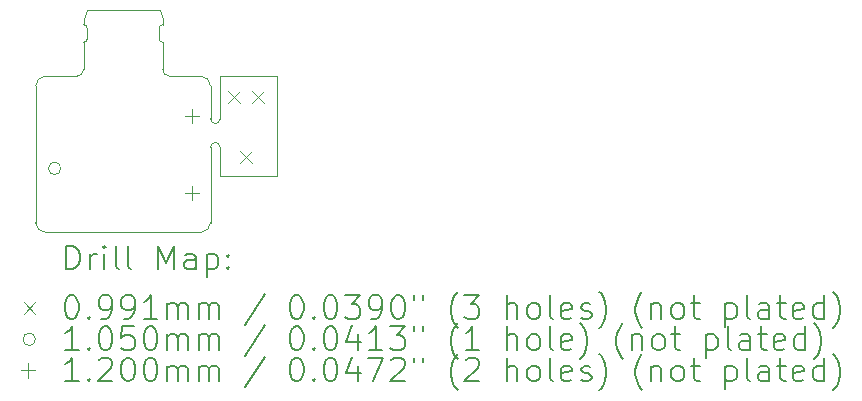
<source format=gbr>
%TF.GenerationSoftware,KiCad,Pcbnew,8.0.1-8.0.1-0~ubuntu20.04.1*%
%TF.CreationDate,2024-06-12T16:16:25+01:00*%
%TF.ProjectId,smolpad,736d6f6c-7061-4642-9e6b-696361645f70,rev?*%
%TF.SameCoordinates,Original*%
%TF.FileFunction,Drillmap*%
%TF.FilePolarity,Positive*%
%FSLAX45Y45*%
G04 Gerber Fmt 4.5, Leading zero omitted, Abs format (unit mm)*
G04 Created by KiCad (PCBNEW 8.0.1-8.0.1-0~ubuntu20.04.1) date 2024-06-12 16:16:25*
%MOMM*%
%LPD*%
G01*
G04 APERTURE LIST*
%ADD10C,0.050000*%
%ADD11C,0.200000*%
%ADD12C,0.100000*%
%ADD13C,0.105000*%
%ADD14C,0.120000*%
G04 APERTURE END LIST*
D10*
X4740000Y-3940000D02*
G75*
G02*
X4820000Y-3940000I40000J0D01*
G01*
X4334500Y-3280000D02*
X4334500Y-3222500D01*
X4740000Y-4580000D02*
G75*
G02*
X4660000Y-4660000I-80000J0D01*
G01*
X4820000Y-3700000D02*
X4820000Y-3340000D01*
X3665500Y-3280000D02*
G75*
G02*
X3605500Y-3340000I-60000J0D01*
G01*
X5300000Y-4180000D02*
X4820000Y-4180000D01*
X4740000Y-3700000D02*
X4740000Y-3420000D01*
X4394500Y-3340000D02*
G75*
G02*
X4334500Y-3280000I0J60000D01*
G01*
X3260000Y-3420000D02*
X3260000Y-4580000D01*
X4820000Y-3700000D02*
G75*
G02*
X4740000Y-3700000I-40000J0D01*
G01*
X4820000Y-4180000D02*
X4820000Y-3940000D01*
X3665500Y-3280000D02*
X3665500Y-3222500D01*
X3260000Y-3420000D02*
G75*
G02*
X3340000Y-3340000I80000J0D01*
G01*
X4660000Y-3340000D02*
G75*
G02*
X4740000Y-3420000I0J-80000D01*
G01*
X4660000Y-3340000D02*
X4394500Y-3340000D01*
X5300000Y-3340000D02*
X5300000Y-4180000D01*
X3340000Y-4660000D02*
G75*
G02*
X3260000Y-4580000I0J80000D01*
G01*
X3340000Y-3340000D02*
X3605500Y-3340000D01*
X4820000Y-3340000D02*
X5300000Y-3340000D01*
X4740000Y-4580000D02*
X4740000Y-3940000D01*
X3340000Y-4660000D02*
X4660000Y-4660000D01*
X3665500Y-2902500D02*
X3665500Y-2857500D01*
X3665500Y-3222500D02*
X3665500Y-3052500D01*
X3690500Y-2777500D02*
X3665500Y-2857500D01*
X3690500Y-2777500D02*
X4309500Y-2777500D01*
X3695500Y-2932500D02*
X3695500Y-3022500D01*
X4304500Y-2932500D02*
X4304500Y-3022500D01*
X4334500Y-2857500D02*
X4309500Y-2777500D01*
X4334500Y-2902500D02*
X4334500Y-2857500D01*
X4334500Y-3222500D02*
X4334500Y-3052500D01*
X3665500Y-2902500D02*
G75*
G02*
X3695500Y-2932500I0J-30000D01*
G01*
X3695500Y-3022500D02*
G75*
G02*
X3665500Y-3052500I-30000J0D01*
G01*
X4304500Y-2932500D02*
G75*
G02*
X4334500Y-2902500I30000J0D01*
G01*
X4334500Y-3052500D02*
G75*
G02*
X4304500Y-3022500I0J30000D01*
G01*
D11*
D12*
X4888870Y-3463470D02*
X4987930Y-3562530D01*
X4987930Y-3463470D02*
X4888870Y-3562530D01*
X4990470Y-3971470D02*
X5089530Y-4070530D01*
X5089530Y-3971470D02*
X4990470Y-4070530D01*
X5092070Y-3463470D02*
X5191130Y-3562530D01*
X5191130Y-3463470D02*
X5092070Y-3562530D01*
D13*
X3472500Y-4120000D02*
G75*
G02*
X3367500Y-4120000I-52500J0D01*
G01*
X3367500Y-4120000D02*
G75*
G02*
X3472500Y-4120000I52500J0D01*
G01*
D14*
X4580000Y-3614000D02*
X4580000Y-3734000D01*
X4520000Y-3674000D02*
X4640000Y-3674000D01*
X4580000Y-4266000D02*
X4580000Y-4386000D01*
X4520000Y-4326000D02*
X4640000Y-4326000D01*
D11*
X3518277Y-4973984D02*
X3518277Y-4773984D01*
X3518277Y-4773984D02*
X3565896Y-4773984D01*
X3565896Y-4773984D02*
X3594467Y-4783508D01*
X3594467Y-4783508D02*
X3613515Y-4802555D01*
X3613515Y-4802555D02*
X3623039Y-4821603D01*
X3623039Y-4821603D02*
X3632562Y-4859698D01*
X3632562Y-4859698D02*
X3632562Y-4888270D01*
X3632562Y-4888270D02*
X3623039Y-4926365D01*
X3623039Y-4926365D02*
X3613515Y-4945412D01*
X3613515Y-4945412D02*
X3594467Y-4964460D01*
X3594467Y-4964460D02*
X3565896Y-4973984D01*
X3565896Y-4973984D02*
X3518277Y-4973984D01*
X3718277Y-4973984D02*
X3718277Y-4840650D01*
X3718277Y-4878746D02*
X3727801Y-4859698D01*
X3727801Y-4859698D02*
X3737324Y-4850174D01*
X3737324Y-4850174D02*
X3756372Y-4840650D01*
X3756372Y-4840650D02*
X3775420Y-4840650D01*
X3842086Y-4973984D02*
X3842086Y-4840650D01*
X3842086Y-4773984D02*
X3832562Y-4783508D01*
X3832562Y-4783508D02*
X3842086Y-4793031D01*
X3842086Y-4793031D02*
X3851610Y-4783508D01*
X3851610Y-4783508D02*
X3842086Y-4773984D01*
X3842086Y-4773984D02*
X3842086Y-4793031D01*
X3965896Y-4973984D02*
X3946848Y-4964460D01*
X3946848Y-4964460D02*
X3937324Y-4945412D01*
X3937324Y-4945412D02*
X3937324Y-4773984D01*
X4070658Y-4973984D02*
X4051610Y-4964460D01*
X4051610Y-4964460D02*
X4042086Y-4945412D01*
X4042086Y-4945412D02*
X4042086Y-4773984D01*
X4299229Y-4973984D02*
X4299229Y-4773984D01*
X4299229Y-4773984D02*
X4365896Y-4916841D01*
X4365896Y-4916841D02*
X4432563Y-4773984D01*
X4432563Y-4773984D02*
X4432563Y-4973984D01*
X4613515Y-4973984D02*
X4613515Y-4869222D01*
X4613515Y-4869222D02*
X4603991Y-4850174D01*
X4603991Y-4850174D02*
X4584944Y-4840650D01*
X4584944Y-4840650D02*
X4546848Y-4840650D01*
X4546848Y-4840650D02*
X4527801Y-4850174D01*
X4613515Y-4964460D02*
X4594467Y-4973984D01*
X4594467Y-4973984D02*
X4546848Y-4973984D01*
X4546848Y-4973984D02*
X4527801Y-4964460D01*
X4527801Y-4964460D02*
X4518277Y-4945412D01*
X4518277Y-4945412D02*
X4518277Y-4926365D01*
X4518277Y-4926365D02*
X4527801Y-4907317D01*
X4527801Y-4907317D02*
X4546848Y-4897793D01*
X4546848Y-4897793D02*
X4594467Y-4897793D01*
X4594467Y-4897793D02*
X4613515Y-4888270D01*
X4708753Y-4840650D02*
X4708753Y-5040650D01*
X4708753Y-4850174D02*
X4727801Y-4840650D01*
X4727801Y-4840650D02*
X4765896Y-4840650D01*
X4765896Y-4840650D02*
X4784944Y-4850174D01*
X4784944Y-4850174D02*
X4794467Y-4859698D01*
X4794467Y-4859698D02*
X4803991Y-4878746D01*
X4803991Y-4878746D02*
X4803991Y-4935889D01*
X4803991Y-4935889D02*
X4794467Y-4954936D01*
X4794467Y-4954936D02*
X4784944Y-4964460D01*
X4784944Y-4964460D02*
X4765896Y-4973984D01*
X4765896Y-4973984D02*
X4727801Y-4973984D01*
X4727801Y-4973984D02*
X4708753Y-4964460D01*
X4889705Y-4954936D02*
X4899229Y-4964460D01*
X4899229Y-4964460D02*
X4889705Y-4973984D01*
X4889705Y-4973984D02*
X4880182Y-4964460D01*
X4880182Y-4964460D02*
X4889705Y-4954936D01*
X4889705Y-4954936D02*
X4889705Y-4973984D01*
X4889705Y-4850174D02*
X4899229Y-4859698D01*
X4899229Y-4859698D02*
X4889705Y-4869222D01*
X4889705Y-4869222D02*
X4880182Y-4859698D01*
X4880182Y-4859698D02*
X4889705Y-4850174D01*
X4889705Y-4850174D02*
X4889705Y-4869222D01*
D12*
X3158440Y-5252970D02*
X3257500Y-5352030D01*
X3257500Y-5252970D02*
X3158440Y-5352030D01*
D11*
X3556372Y-5193984D02*
X3575420Y-5193984D01*
X3575420Y-5193984D02*
X3594467Y-5203508D01*
X3594467Y-5203508D02*
X3603991Y-5213031D01*
X3603991Y-5213031D02*
X3613515Y-5232079D01*
X3613515Y-5232079D02*
X3623039Y-5270174D01*
X3623039Y-5270174D02*
X3623039Y-5317793D01*
X3623039Y-5317793D02*
X3613515Y-5355889D01*
X3613515Y-5355889D02*
X3603991Y-5374936D01*
X3603991Y-5374936D02*
X3594467Y-5384460D01*
X3594467Y-5384460D02*
X3575420Y-5393984D01*
X3575420Y-5393984D02*
X3556372Y-5393984D01*
X3556372Y-5393984D02*
X3537324Y-5384460D01*
X3537324Y-5384460D02*
X3527801Y-5374936D01*
X3527801Y-5374936D02*
X3518277Y-5355889D01*
X3518277Y-5355889D02*
X3508753Y-5317793D01*
X3508753Y-5317793D02*
X3508753Y-5270174D01*
X3508753Y-5270174D02*
X3518277Y-5232079D01*
X3518277Y-5232079D02*
X3527801Y-5213031D01*
X3527801Y-5213031D02*
X3537324Y-5203508D01*
X3537324Y-5203508D02*
X3556372Y-5193984D01*
X3708753Y-5374936D02*
X3718277Y-5384460D01*
X3718277Y-5384460D02*
X3708753Y-5393984D01*
X3708753Y-5393984D02*
X3699229Y-5384460D01*
X3699229Y-5384460D02*
X3708753Y-5374936D01*
X3708753Y-5374936D02*
X3708753Y-5393984D01*
X3813515Y-5393984D02*
X3851610Y-5393984D01*
X3851610Y-5393984D02*
X3870658Y-5384460D01*
X3870658Y-5384460D02*
X3880182Y-5374936D01*
X3880182Y-5374936D02*
X3899229Y-5346365D01*
X3899229Y-5346365D02*
X3908753Y-5308270D01*
X3908753Y-5308270D02*
X3908753Y-5232079D01*
X3908753Y-5232079D02*
X3899229Y-5213031D01*
X3899229Y-5213031D02*
X3889705Y-5203508D01*
X3889705Y-5203508D02*
X3870658Y-5193984D01*
X3870658Y-5193984D02*
X3832562Y-5193984D01*
X3832562Y-5193984D02*
X3813515Y-5203508D01*
X3813515Y-5203508D02*
X3803991Y-5213031D01*
X3803991Y-5213031D02*
X3794467Y-5232079D01*
X3794467Y-5232079D02*
X3794467Y-5279698D01*
X3794467Y-5279698D02*
X3803991Y-5298746D01*
X3803991Y-5298746D02*
X3813515Y-5308270D01*
X3813515Y-5308270D02*
X3832562Y-5317793D01*
X3832562Y-5317793D02*
X3870658Y-5317793D01*
X3870658Y-5317793D02*
X3889705Y-5308270D01*
X3889705Y-5308270D02*
X3899229Y-5298746D01*
X3899229Y-5298746D02*
X3908753Y-5279698D01*
X4003991Y-5393984D02*
X4042086Y-5393984D01*
X4042086Y-5393984D02*
X4061134Y-5384460D01*
X4061134Y-5384460D02*
X4070658Y-5374936D01*
X4070658Y-5374936D02*
X4089705Y-5346365D01*
X4089705Y-5346365D02*
X4099229Y-5308270D01*
X4099229Y-5308270D02*
X4099229Y-5232079D01*
X4099229Y-5232079D02*
X4089705Y-5213031D01*
X4089705Y-5213031D02*
X4080182Y-5203508D01*
X4080182Y-5203508D02*
X4061134Y-5193984D01*
X4061134Y-5193984D02*
X4023039Y-5193984D01*
X4023039Y-5193984D02*
X4003991Y-5203508D01*
X4003991Y-5203508D02*
X3994467Y-5213031D01*
X3994467Y-5213031D02*
X3984943Y-5232079D01*
X3984943Y-5232079D02*
X3984943Y-5279698D01*
X3984943Y-5279698D02*
X3994467Y-5298746D01*
X3994467Y-5298746D02*
X4003991Y-5308270D01*
X4003991Y-5308270D02*
X4023039Y-5317793D01*
X4023039Y-5317793D02*
X4061134Y-5317793D01*
X4061134Y-5317793D02*
X4080182Y-5308270D01*
X4080182Y-5308270D02*
X4089705Y-5298746D01*
X4089705Y-5298746D02*
X4099229Y-5279698D01*
X4289705Y-5393984D02*
X4175420Y-5393984D01*
X4232563Y-5393984D02*
X4232563Y-5193984D01*
X4232563Y-5193984D02*
X4213515Y-5222555D01*
X4213515Y-5222555D02*
X4194467Y-5241603D01*
X4194467Y-5241603D02*
X4175420Y-5251127D01*
X4375420Y-5393984D02*
X4375420Y-5260650D01*
X4375420Y-5279698D02*
X4384944Y-5270174D01*
X4384944Y-5270174D02*
X4403991Y-5260650D01*
X4403991Y-5260650D02*
X4432563Y-5260650D01*
X4432563Y-5260650D02*
X4451610Y-5270174D01*
X4451610Y-5270174D02*
X4461134Y-5289222D01*
X4461134Y-5289222D02*
X4461134Y-5393984D01*
X4461134Y-5289222D02*
X4470658Y-5270174D01*
X4470658Y-5270174D02*
X4489705Y-5260650D01*
X4489705Y-5260650D02*
X4518277Y-5260650D01*
X4518277Y-5260650D02*
X4537325Y-5270174D01*
X4537325Y-5270174D02*
X4546848Y-5289222D01*
X4546848Y-5289222D02*
X4546848Y-5393984D01*
X4642086Y-5393984D02*
X4642086Y-5260650D01*
X4642086Y-5279698D02*
X4651610Y-5270174D01*
X4651610Y-5270174D02*
X4670658Y-5260650D01*
X4670658Y-5260650D02*
X4699229Y-5260650D01*
X4699229Y-5260650D02*
X4718277Y-5270174D01*
X4718277Y-5270174D02*
X4727801Y-5289222D01*
X4727801Y-5289222D02*
X4727801Y-5393984D01*
X4727801Y-5289222D02*
X4737325Y-5270174D01*
X4737325Y-5270174D02*
X4756372Y-5260650D01*
X4756372Y-5260650D02*
X4784944Y-5260650D01*
X4784944Y-5260650D02*
X4803991Y-5270174D01*
X4803991Y-5270174D02*
X4813515Y-5289222D01*
X4813515Y-5289222D02*
X4813515Y-5393984D01*
X5203991Y-5184460D02*
X5032563Y-5441603D01*
X5461134Y-5193984D02*
X5480182Y-5193984D01*
X5480182Y-5193984D02*
X5499229Y-5203508D01*
X5499229Y-5203508D02*
X5508753Y-5213031D01*
X5508753Y-5213031D02*
X5518277Y-5232079D01*
X5518277Y-5232079D02*
X5527801Y-5270174D01*
X5527801Y-5270174D02*
X5527801Y-5317793D01*
X5527801Y-5317793D02*
X5518277Y-5355889D01*
X5518277Y-5355889D02*
X5508753Y-5374936D01*
X5508753Y-5374936D02*
X5499229Y-5384460D01*
X5499229Y-5384460D02*
X5480182Y-5393984D01*
X5480182Y-5393984D02*
X5461134Y-5393984D01*
X5461134Y-5393984D02*
X5442087Y-5384460D01*
X5442087Y-5384460D02*
X5432563Y-5374936D01*
X5432563Y-5374936D02*
X5423039Y-5355889D01*
X5423039Y-5355889D02*
X5413515Y-5317793D01*
X5413515Y-5317793D02*
X5413515Y-5270174D01*
X5413515Y-5270174D02*
X5423039Y-5232079D01*
X5423039Y-5232079D02*
X5432563Y-5213031D01*
X5432563Y-5213031D02*
X5442087Y-5203508D01*
X5442087Y-5203508D02*
X5461134Y-5193984D01*
X5613515Y-5374936D02*
X5623039Y-5384460D01*
X5623039Y-5384460D02*
X5613515Y-5393984D01*
X5613515Y-5393984D02*
X5603991Y-5384460D01*
X5603991Y-5384460D02*
X5613515Y-5374936D01*
X5613515Y-5374936D02*
X5613515Y-5393984D01*
X5746848Y-5193984D02*
X5765896Y-5193984D01*
X5765896Y-5193984D02*
X5784944Y-5203508D01*
X5784944Y-5203508D02*
X5794467Y-5213031D01*
X5794467Y-5213031D02*
X5803991Y-5232079D01*
X5803991Y-5232079D02*
X5813515Y-5270174D01*
X5813515Y-5270174D02*
X5813515Y-5317793D01*
X5813515Y-5317793D02*
X5803991Y-5355889D01*
X5803991Y-5355889D02*
X5794467Y-5374936D01*
X5794467Y-5374936D02*
X5784944Y-5384460D01*
X5784944Y-5384460D02*
X5765896Y-5393984D01*
X5765896Y-5393984D02*
X5746848Y-5393984D01*
X5746848Y-5393984D02*
X5727801Y-5384460D01*
X5727801Y-5384460D02*
X5718277Y-5374936D01*
X5718277Y-5374936D02*
X5708753Y-5355889D01*
X5708753Y-5355889D02*
X5699229Y-5317793D01*
X5699229Y-5317793D02*
X5699229Y-5270174D01*
X5699229Y-5270174D02*
X5708753Y-5232079D01*
X5708753Y-5232079D02*
X5718277Y-5213031D01*
X5718277Y-5213031D02*
X5727801Y-5203508D01*
X5727801Y-5203508D02*
X5746848Y-5193984D01*
X5880182Y-5193984D02*
X6003991Y-5193984D01*
X6003991Y-5193984D02*
X5937325Y-5270174D01*
X5937325Y-5270174D02*
X5965896Y-5270174D01*
X5965896Y-5270174D02*
X5984944Y-5279698D01*
X5984944Y-5279698D02*
X5994467Y-5289222D01*
X5994467Y-5289222D02*
X6003991Y-5308270D01*
X6003991Y-5308270D02*
X6003991Y-5355889D01*
X6003991Y-5355889D02*
X5994467Y-5374936D01*
X5994467Y-5374936D02*
X5984944Y-5384460D01*
X5984944Y-5384460D02*
X5965896Y-5393984D01*
X5965896Y-5393984D02*
X5908753Y-5393984D01*
X5908753Y-5393984D02*
X5889706Y-5384460D01*
X5889706Y-5384460D02*
X5880182Y-5374936D01*
X6099229Y-5393984D02*
X6137325Y-5393984D01*
X6137325Y-5393984D02*
X6156372Y-5384460D01*
X6156372Y-5384460D02*
X6165896Y-5374936D01*
X6165896Y-5374936D02*
X6184944Y-5346365D01*
X6184944Y-5346365D02*
X6194467Y-5308270D01*
X6194467Y-5308270D02*
X6194467Y-5232079D01*
X6194467Y-5232079D02*
X6184944Y-5213031D01*
X6184944Y-5213031D02*
X6175420Y-5203508D01*
X6175420Y-5203508D02*
X6156372Y-5193984D01*
X6156372Y-5193984D02*
X6118277Y-5193984D01*
X6118277Y-5193984D02*
X6099229Y-5203508D01*
X6099229Y-5203508D02*
X6089706Y-5213031D01*
X6089706Y-5213031D02*
X6080182Y-5232079D01*
X6080182Y-5232079D02*
X6080182Y-5279698D01*
X6080182Y-5279698D02*
X6089706Y-5298746D01*
X6089706Y-5298746D02*
X6099229Y-5308270D01*
X6099229Y-5308270D02*
X6118277Y-5317793D01*
X6118277Y-5317793D02*
X6156372Y-5317793D01*
X6156372Y-5317793D02*
X6175420Y-5308270D01*
X6175420Y-5308270D02*
X6184944Y-5298746D01*
X6184944Y-5298746D02*
X6194467Y-5279698D01*
X6318277Y-5193984D02*
X6337325Y-5193984D01*
X6337325Y-5193984D02*
X6356372Y-5203508D01*
X6356372Y-5203508D02*
X6365896Y-5213031D01*
X6365896Y-5213031D02*
X6375420Y-5232079D01*
X6375420Y-5232079D02*
X6384944Y-5270174D01*
X6384944Y-5270174D02*
X6384944Y-5317793D01*
X6384944Y-5317793D02*
X6375420Y-5355889D01*
X6375420Y-5355889D02*
X6365896Y-5374936D01*
X6365896Y-5374936D02*
X6356372Y-5384460D01*
X6356372Y-5384460D02*
X6337325Y-5393984D01*
X6337325Y-5393984D02*
X6318277Y-5393984D01*
X6318277Y-5393984D02*
X6299229Y-5384460D01*
X6299229Y-5384460D02*
X6289706Y-5374936D01*
X6289706Y-5374936D02*
X6280182Y-5355889D01*
X6280182Y-5355889D02*
X6270658Y-5317793D01*
X6270658Y-5317793D02*
X6270658Y-5270174D01*
X6270658Y-5270174D02*
X6280182Y-5232079D01*
X6280182Y-5232079D02*
X6289706Y-5213031D01*
X6289706Y-5213031D02*
X6299229Y-5203508D01*
X6299229Y-5203508D02*
X6318277Y-5193984D01*
X6461134Y-5193984D02*
X6461134Y-5232079D01*
X6537325Y-5193984D02*
X6537325Y-5232079D01*
X6832563Y-5470174D02*
X6823039Y-5460650D01*
X6823039Y-5460650D02*
X6803991Y-5432079D01*
X6803991Y-5432079D02*
X6794468Y-5413031D01*
X6794468Y-5413031D02*
X6784944Y-5384460D01*
X6784944Y-5384460D02*
X6775420Y-5336841D01*
X6775420Y-5336841D02*
X6775420Y-5298746D01*
X6775420Y-5298746D02*
X6784944Y-5251127D01*
X6784944Y-5251127D02*
X6794468Y-5222555D01*
X6794468Y-5222555D02*
X6803991Y-5203508D01*
X6803991Y-5203508D02*
X6823039Y-5174936D01*
X6823039Y-5174936D02*
X6832563Y-5165412D01*
X6889706Y-5193984D02*
X7013515Y-5193984D01*
X7013515Y-5193984D02*
X6946848Y-5270174D01*
X6946848Y-5270174D02*
X6975420Y-5270174D01*
X6975420Y-5270174D02*
X6994468Y-5279698D01*
X6994468Y-5279698D02*
X7003991Y-5289222D01*
X7003991Y-5289222D02*
X7013515Y-5308270D01*
X7013515Y-5308270D02*
X7013515Y-5355889D01*
X7013515Y-5355889D02*
X7003991Y-5374936D01*
X7003991Y-5374936D02*
X6994468Y-5384460D01*
X6994468Y-5384460D02*
X6975420Y-5393984D01*
X6975420Y-5393984D02*
X6918277Y-5393984D01*
X6918277Y-5393984D02*
X6899229Y-5384460D01*
X6899229Y-5384460D02*
X6889706Y-5374936D01*
X7251610Y-5393984D02*
X7251610Y-5193984D01*
X7337325Y-5393984D02*
X7337325Y-5289222D01*
X7337325Y-5289222D02*
X7327801Y-5270174D01*
X7327801Y-5270174D02*
X7308753Y-5260650D01*
X7308753Y-5260650D02*
X7280182Y-5260650D01*
X7280182Y-5260650D02*
X7261134Y-5270174D01*
X7261134Y-5270174D02*
X7251610Y-5279698D01*
X7461134Y-5393984D02*
X7442087Y-5384460D01*
X7442087Y-5384460D02*
X7432563Y-5374936D01*
X7432563Y-5374936D02*
X7423039Y-5355889D01*
X7423039Y-5355889D02*
X7423039Y-5298746D01*
X7423039Y-5298746D02*
X7432563Y-5279698D01*
X7432563Y-5279698D02*
X7442087Y-5270174D01*
X7442087Y-5270174D02*
X7461134Y-5260650D01*
X7461134Y-5260650D02*
X7489706Y-5260650D01*
X7489706Y-5260650D02*
X7508753Y-5270174D01*
X7508753Y-5270174D02*
X7518277Y-5279698D01*
X7518277Y-5279698D02*
X7527801Y-5298746D01*
X7527801Y-5298746D02*
X7527801Y-5355889D01*
X7527801Y-5355889D02*
X7518277Y-5374936D01*
X7518277Y-5374936D02*
X7508753Y-5384460D01*
X7508753Y-5384460D02*
X7489706Y-5393984D01*
X7489706Y-5393984D02*
X7461134Y-5393984D01*
X7642087Y-5393984D02*
X7623039Y-5384460D01*
X7623039Y-5384460D02*
X7613515Y-5365412D01*
X7613515Y-5365412D02*
X7613515Y-5193984D01*
X7794468Y-5384460D02*
X7775420Y-5393984D01*
X7775420Y-5393984D02*
X7737325Y-5393984D01*
X7737325Y-5393984D02*
X7718277Y-5384460D01*
X7718277Y-5384460D02*
X7708753Y-5365412D01*
X7708753Y-5365412D02*
X7708753Y-5289222D01*
X7708753Y-5289222D02*
X7718277Y-5270174D01*
X7718277Y-5270174D02*
X7737325Y-5260650D01*
X7737325Y-5260650D02*
X7775420Y-5260650D01*
X7775420Y-5260650D02*
X7794468Y-5270174D01*
X7794468Y-5270174D02*
X7803991Y-5289222D01*
X7803991Y-5289222D02*
X7803991Y-5308270D01*
X7803991Y-5308270D02*
X7708753Y-5327317D01*
X7880182Y-5384460D02*
X7899230Y-5393984D01*
X7899230Y-5393984D02*
X7937325Y-5393984D01*
X7937325Y-5393984D02*
X7956372Y-5384460D01*
X7956372Y-5384460D02*
X7965896Y-5365412D01*
X7965896Y-5365412D02*
X7965896Y-5355889D01*
X7965896Y-5355889D02*
X7956372Y-5336841D01*
X7956372Y-5336841D02*
X7937325Y-5327317D01*
X7937325Y-5327317D02*
X7908753Y-5327317D01*
X7908753Y-5327317D02*
X7889706Y-5317793D01*
X7889706Y-5317793D02*
X7880182Y-5298746D01*
X7880182Y-5298746D02*
X7880182Y-5289222D01*
X7880182Y-5289222D02*
X7889706Y-5270174D01*
X7889706Y-5270174D02*
X7908753Y-5260650D01*
X7908753Y-5260650D02*
X7937325Y-5260650D01*
X7937325Y-5260650D02*
X7956372Y-5270174D01*
X8032563Y-5470174D02*
X8042087Y-5460650D01*
X8042087Y-5460650D02*
X8061134Y-5432079D01*
X8061134Y-5432079D02*
X8070658Y-5413031D01*
X8070658Y-5413031D02*
X8080182Y-5384460D01*
X8080182Y-5384460D02*
X8089706Y-5336841D01*
X8089706Y-5336841D02*
X8089706Y-5298746D01*
X8089706Y-5298746D02*
X8080182Y-5251127D01*
X8080182Y-5251127D02*
X8070658Y-5222555D01*
X8070658Y-5222555D02*
X8061134Y-5203508D01*
X8061134Y-5203508D02*
X8042087Y-5174936D01*
X8042087Y-5174936D02*
X8032563Y-5165412D01*
X8394468Y-5470174D02*
X8384944Y-5460650D01*
X8384944Y-5460650D02*
X8365896Y-5432079D01*
X8365896Y-5432079D02*
X8356372Y-5413031D01*
X8356372Y-5413031D02*
X8346849Y-5384460D01*
X8346849Y-5384460D02*
X8337325Y-5336841D01*
X8337325Y-5336841D02*
X8337325Y-5298746D01*
X8337325Y-5298746D02*
X8346849Y-5251127D01*
X8346849Y-5251127D02*
X8356372Y-5222555D01*
X8356372Y-5222555D02*
X8365896Y-5203508D01*
X8365896Y-5203508D02*
X8384944Y-5174936D01*
X8384944Y-5174936D02*
X8394468Y-5165412D01*
X8470658Y-5260650D02*
X8470658Y-5393984D01*
X8470658Y-5279698D02*
X8480182Y-5270174D01*
X8480182Y-5270174D02*
X8499230Y-5260650D01*
X8499230Y-5260650D02*
X8527801Y-5260650D01*
X8527801Y-5260650D02*
X8546849Y-5270174D01*
X8546849Y-5270174D02*
X8556373Y-5289222D01*
X8556373Y-5289222D02*
X8556373Y-5393984D01*
X8680182Y-5393984D02*
X8661134Y-5384460D01*
X8661134Y-5384460D02*
X8651611Y-5374936D01*
X8651611Y-5374936D02*
X8642087Y-5355889D01*
X8642087Y-5355889D02*
X8642087Y-5298746D01*
X8642087Y-5298746D02*
X8651611Y-5279698D01*
X8651611Y-5279698D02*
X8661134Y-5270174D01*
X8661134Y-5270174D02*
X8680182Y-5260650D01*
X8680182Y-5260650D02*
X8708754Y-5260650D01*
X8708754Y-5260650D02*
X8727801Y-5270174D01*
X8727801Y-5270174D02*
X8737325Y-5279698D01*
X8737325Y-5279698D02*
X8746849Y-5298746D01*
X8746849Y-5298746D02*
X8746849Y-5355889D01*
X8746849Y-5355889D02*
X8737325Y-5374936D01*
X8737325Y-5374936D02*
X8727801Y-5384460D01*
X8727801Y-5384460D02*
X8708754Y-5393984D01*
X8708754Y-5393984D02*
X8680182Y-5393984D01*
X8803992Y-5260650D02*
X8880182Y-5260650D01*
X8832563Y-5193984D02*
X8832563Y-5365412D01*
X8832563Y-5365412D02*
X8842087Y-5384460D01*
X8842087Y-5384460D02*
X8861134Y-5393984D01*
X8861134Y-5393984D02*
X8880182Y-5393984D01*
X9099230Y-5260650D02*
X9099230Y-5460650D01*
X9099230Y-5270174D02*
X9118277Y-5260650D01*
X9118277Y-5260650D02*
X9156373Y-5260650D01*
X9156373Y-5260650D02*
X9175420Y-5270174D01*
X9175420Y-5270174D02*
X9184944Y-5279698D01*
X9184944Y-5279698D02*
X9194468Y-5298746D01*
X9194468Y-5298746D02*
X9194468Y-5355889D01*
X9194468Y-5355889D02*
X9184944Y-5374936D01*
X9184944Y-5374936D02*
X9175420Y-5384460D01*
X9175420Y-5384460D02*
X9156373Y-5393984D01*
X9156373Y-5393984D02*
X9118277Y-5393984D01*
X9118277Y-5393984D02*
X9099230Y-5384460D01*
X9308754Y-5393984D02*
X9289706Y-5384460D01*
X9289706Y-5384460D02*
X9280182Y-5365412D01*
X9280182Y-5365412D02*
X9280182Y-5193984D01*
X9470658Y-5393984D02*
X9470658Y-5289222D01*
X9470658Y-5289222D02*
X9461135Y-5270174D01*
X9461135Y-5270174D02*
X9442087Y-5260650D01*
X9442087Y-5260650D02*
X9403992Y-5260650D01*
X9403992Y-5260650D02*
X9384944Y-5270174D01*
X9470658Y-5384460D02*
X9451611Y-5393984D01*
X9451611Y-5393984D02*
X9403992Y-5393984D01*
X9403992Y-5393984D02*
X9384944Y-5384460D01*
X9384944Y-5384460D02*
X9375420Y-5365412D01*
X9375420Y-5365412D02*
X9375420Y-5346365D01*
X9375420Y-5346365D02*
X9384944Y-5327317D01*
X9384944Y-5327317D02*
X9403992Y-5317793D01*
X9403992Y-5317793D02*
X9451611Y-5317793D01*
X9451611Y-5317793D02*
X9470658Y-5308270D01*
X9537325Y-5260650D02*
X9613515Y-5260650D01*
X9565896Y-5193984D02*
X9565896Y-5365412D01*
X9565896Y-5365412D02*
X9575420Y-5384460D01*
X9575420Y-5384460D02*
X9594468Y-5393984D01*
X9594468Y-5393984D02*
X9613515Y-5393984D01*
X9756373Y-5384460D02*
X9737325Y-5393984D01*
X9737325Y-5393984D02*
X9699230Y-5393984D01*
X9699230Y-5393984D02*
X9680182Y-5384460D01*
X9680182Y-5384460D02*
X9670658Y-5365412D01*
X9670658Y-5365412D02*
X9670658Y-5289222D01*
X9670658Y-5289222D02*
X9680182Y-5270174D01*
X9680182Y-5270174D02*
X9699230Y-5260650D01*
X9699230Y-5260650D02*
X9737325Y-5260650D01*
X9737325Y-5260650D02*
X9756373Y-5270174D01*
X9756373Y-5270174D02*
X9765896Y-5289222D01*
X9765896Y-5289222D02*
X9765896Y-5308270D01*
X9765896Y-5308270D02*
X9670658Y-5327317D01*
X9937325Y-5393984D02*
X9937325Y-5193984D01*
X9937325Y-5384460D02*
X9918277Y-5393984D01*
X9918277Y-5393984D02*
X9880182Y-5393984D01*
X9880182Y-5393984D02*
X9861135Y-5384460D01*
X9861135Y-5384460D02*
X9851611Y-5374936D01*
X9851611Y-5374936D02*
X9842087Y-5355889D01*
X9842087Y-5355889D02*
X9842087Y-5298746D01*
X9842087Y-5298746D02*
X9851611Y-5279698D01*
X9851611Y-5279698D02*
X9861135Y-5270174D01*
X9861135Y-5270174D02*
X9880182Y-5260650D01*
X9880182Y-5260650D02*
X9918277Y-5260650D01*
X9918277Y-5260650D02*
X9937325Y-5270174D01*
X10013516Y-5470174D02*
X10023039Y-5460650D01*
X10023039Y-5460650D02*
X10042087Y-5432079D01*
X10042087Y-5432079D02*
X10051611Y-5413031D01*
X10051611Y-5413031D02*
X10061135Y-5384460D01*
X10061135Y-5384460D02*
X10070658Y-5336841D01*
X10070658Y-5336841D02*
X10070658Y-5298746D01*
X10070658Y-5298746D02*
X10061135Y-5251127D01*
X10061135Y-5251127D02*
X10051611Y-5222555D01*
X10051611Y-5222555D02*
X10042087Y-5203508D01*
X10042087Y-5203508D02*
X10023039Y-5174936D01*
X10023039Y-5174936D02*
X10013516Y-5165412D01*
D13*
X3257500Y-5566500D02*
G75*
G02*
X3152500Y-5566500I-52500J0D01*
G01*
X3152500Y-5566500D02*
G75*
G02*
X3257500Y-5566500I52500J0D01*
G01*
D11*
X3623039Y-5657984D02*
X3508753Y-5657984D01*
X3565896Y-5657984D02*
X3565896Y-5457984D01*
X3565896Y-5457984D02*
X3546848Y-5486555D01*
X3546848Y-5486555D02*
X3527801Y-5505603D01*
X3527801Y-5505603D02*
X3508753Y-5515127D01*
X3708753Y-5638936D02*
X3718277Y-5648460D01*
X3718277Y-5648460D02*
X3708753Y-5657984D01*
X3708753Y-5657984D02*
X3699229Y-5648460D01*
X3699229Y-5648460D02*
X3708753Y-5638936D01*
X3708753Y-5638936D02*
X3708753Y-5657984D01*
X3842086Y-5457984D02*
X3861134Y-5457984D01*
X3861134Y-5457984D02*
X3880182Y-5467508D01*
X3880182Y-5467508D02*
X3889705Y-5477031D01*
X3889705Y-5477031D02*
X3899229Y-5496079D01*
X3899229Y-5496079D02*
X3908753Y-5534174D01*
X3908753Y-5534174D02*
X3908753Y-5581793D01*
X3908753Y-5581793D02*
X3899229Y-5619888D01*
X3899229Y-5619888D02*
X3889705Y-5638936D01*
X3889705Y-5638936D02*
X3880182Y-5648460D01*
X3880182Y-5648460D02*
X3861134Y-5657984D01*
X3861134Y-5657984D02*
X3842086Y-5657984D01*
X3842086Y-5657984D02*
X3823039Y-5648460D01*
X3823039Y-5648460D02*
X3813515Y-5638936D01*
X3813515Y-5638936D02*
X3803991Y-5619888D01*
X3803991Y-5619888D02*
X3794467Y-5581793D01*
X3794467Y-5581793D02*
X3794467Y-5534174D01*
X3794467Y-5534174D02*
X3803991Y-5496079D01*
X3803991Y-5496079D02*
X3813515Y-5477031D01*
X3813515Y-5477031D02*
X3823039Y-5467508D01*
X3823039Y-5467508D02*
X3842086Y-5457984D01*
X4089705Y-5457984D02*
X3994467Y-5457984D01*
X3994467Y-5457984D02*
X3984943Y-5553222D01*
X3984943Y-5553222D02*
X3994467Y-5543698D01*
X3994467Y-5543698D02*
X4013515Y-5534174D01*
X4013515Y-5534174D02*
X4061134Y-5534174D01*
X4061134Y-5534174D02*
X4080182Y-5543698D01*
X4080182Y-5543698D02*
X4089705Y-5553222D01*
X4089705Y-5553222D02*
X4099229Y-5572270D01*
X4099229Y-5572270D02*
X4099229Y-5619888D01*
X4099229Y-5619888D02*
X4089705Y-5638936D01*
X4089705Y-5638936D02*
X4080182Y-5648460D01*
X4080182Y-5648460D02*
X4061134Y-5657984D01*
X4061134Y-5657984D02*
X4013515Y-5657984D01*
X4013515Y-5657984D02*
X3994467Y-5648460D01*
X3994467Y-5648460D02*
X3984943Y-5638936D01*
X4223039Y-5457984D02*
X4242086Y-5457984D01*
X4242086Y-5457984D02*
X4261134Y-5467508D01*
X4261134Y-5467508D02*
X4270658Y-5477031D01*
X4270658Y-5477031D02*
X4280182Y-5496079D01*
X4280182Y-5496079D02*
X4289705Y-5534174D01*
X4289705Y-5534174D02*
X4289705Y-5581793D01*
X4289705Y-5581793D02*
X4280182Y-5619888D01*
X4280182Y-5619888D02*
X4270658Y-5638936D01*
X4270658Y-5638936D02*
X4261134Y-5648460D01*
X4261134Y-5648460D02*
X4242086Y-5657984D01*
X4242086Y-5657984D02*
X4223039Y-5657984D01*
X4223039Y-5657984D02*
X4203991Y-5648460D01*
X4203991Y-5648460D02*
X4194467Y-5638936D01*
X4194467Y-5638936D02*
X4184943Y-5619888D01*
X4184943Y-5619888D02*
X4175420Y-5581793D01*
X4175420Y-5581793D02*
X4175420Y-5534174D01*
X4175420Y-5534174D02*
X4184943Y-5496079D01*
X4184943Y-5496079D02*
X4194467Y-5477031D01*
X4194467Y-5477031D02*
X4203991Y-5467508D01*
X4203991Y-5467508D02*
X4223039Y-5457984D01*
X4375420Y-5657984D02*
X4375420Y-5524650D01*
X4375420Y-5543698D02*
X4384944Y-5534174D01*
X4384944Y-5534174D02*
X4403991Y-5524650D01*
X4403991Y-5524650D02*
X4432563Y-5524650D01*
X4432563Y-5524650D02*
X4451610Y-5534174D01*
X4451610Y-5534174D02*
X4461134Y-5553222D01*
X4461134Y-5553222D02*
X4461134Y-5657984D01*
X4461134Y-5553222D02*
X4470658Y-5534174D01*
X4470658Y-5534174D02*
X4489705Y-5524650D01*
X4489705Y-5524650D02*
X4518277Y-5524650D01*
X4518277Y-5524650D02*
X4537325Y-5534174D01*
X4537325Y-5534174D02*
X4546848Y-5553222D01*
X4546848Y-5553222D02*
X4546848Y-5657984D01*
X4642086Y-5657984D02*
X4642086Y-5524650D01*
X4642086Y-5543698D02*
X4651610Y-5534174D01*
X4651610Y-5534174D02*
X4670658Y-5524650D01*
X4670658Y-5524650D02*
X4699229Y-5524650D01*
X4699229Y-5524650D02*
X4718277Y-5534174D01*
X4718277Y-5534174D02*
X4727801Y-5553222D01*
X4727801Y-5553222D02*
X4727801Y-5657984D01*
X4727801Y-5553222D02*
X4737325Y-5534174D01*
X4737325Y-5534174D02*
X4756372Y-5524650D01*
X4756372Y-5524650D02*
X4784944Y-5524650D01*
X4784944Y-5524650D02*
X4803991Y-5534174D01*
X4803991Y-5534174D02*
X4813515Y-5553222D01*
X4813515Y-5553222D02*
X4813515Y-5657984D01*
X5203991Y-5448460D02*
X5032563Y-5705603D01*
X5461134Y-5457984D02*
X5480182Y-5457984D01*
X5480182Y-5457984D02*
X5499229Y-5467508D01*
X5499229Y-5467508D02*
X5508753Y-5477031D01*
X5508753Y-5477031D02*
X5518277Y-5496079D01*
X5518277Y-5496079D02*
X5527801Y-5534174D01*
X5527801Y-5534174D02*
X5527801Y-5581793D01*
X5527801Y-5581793D02*
X5518277Y-5619888D01*
X5518277Y-5619888D02*
X5508753Y-5638936D01*
X5508753Y-5638936D02*
X5499229Y-5648460D01*
X5499229Y-5648460D02*
X5480182Y-5657984D01*
X5480182Y-5657984D02*
X5461134Y-5657984D01*
X5461134Y-5657984D02*
X5442087Y-5648460D01*
X5442087Y-5648460D02*
X5432563Y-5638936D01*
X5432563Y-5638936D02*
X5423039Y-5619888D01*
X5423039Y-5619888D02*
X5413515Y-5581793D01*
X5413515Y-5581793D02*
X5413515Y-5534174D01*
X5413515Y-5534174D02*
X5423039Y-5496079D01*
X5423039Y-5496079D02*
X5432563Y-5477031D01*
X5432563Y-5477031D02*
X5442087Y-5467508D01*
X5442087Y-5467508D02*
X5461134Y-5457984D01*
X5613515Y-5638936D02*
X5623039Y-5648460D01*
X5623039Y-5648460D02*
X5613515Y-5657984D01*
X5613515Y-5657984D02*
X5603991Y-5648460D01*
X5603991Y-5648460D02*
X5613515Y-5638936D01*
X5613515Y-5638936D02*
X5613515Y-5657984D01*
X5746848Y-5457984D02*
X5765896Y-5457984D01*
X5765896Y-5457984D02*
X5784944Y-5467508D01*
X5784944Y-5467508D02*
X5794467Y-5477031D01*
X5794467Y-5477031D02*
X5803991Y-5496079D01*
X5803991Y-5496079D02*
X5813515Y-5534174D01*
X5813515Y-5534174D02*
X5813515Y-5581793D01*
X5813515Y-5581793D02*
X5803991Y-5619888D01*
X5803991Y-5619888D02*
X5794467Y-5638936D01*
X5794467Y-5638936D02*
X5784944Y-5648460D01*
X5784944Y-5648460D02*
X5765896Y-5657984D01*
X5765896Y-5657984D02*
X5746848Y-5657984D01*
X5746848Y-5657984D02*
X5727801Y-5648460D01*
X5727801Y-5648460D02*
X5718277Y-5638936D01*
X5718277Y-5638936D02*
X5708753Y-5619888D01*
X5708753Y-5619888D02*
X5699229Y-5581793D01*
X5699229Y-5581793D02*
X5699229Y-5534174D01*
X5699229Y-5534174D02*
X5708753Y-5496079D01*
X5708753Y-5496079D02*
X5718277Y-5477031D01*
X5718277Y-5477031D02*
X5727801Y-5467508D01*
X5727801Y-5467508D02*
X5746848Y-5457984D01*
X5984944Y-5524650D02*
X5984944Y-5657984D01*
X5937325Y-5448460D02*
X5889706Y-5591317D01*
X5889706Y-5591317D02*
X6013515Y-5591317D01*
X6194467Y-5657984D02*
X6080182Y-5657984D01*
X6137325Y-5657984D02*
X6137325Y-5457984D01*
X6137325Y-5457984D02*
X6118277Y-5486555D01*
X6118277Y-5486555D02*
X6099229Y-5505603D01*
X6099229Y-5505603D02*
X6080182Y-5515127D01*
X6261134Y-5457984D02*
X6384944Y-5457984D01*
X6384944Y-5457984D02*
X6318277Y-5534174D01*
X6318277Y-5534174D02*
X6346848Y-5534174D01*
X6346848Y-5534174D02*
X6365896Y-5543698D01*
X6365896Y-5543698D02*
X6375420Y-5553222D01*
X6375420Y-5553222D02*
X6384944Y-5572270D01*
X6384944Y-5572270D02*
X6384944Y-5619888D01*
X6384944Y-5619888D02*
X6375420Y-5638936D01*
X6375420Y-5638936D02*
X6365896Y-5648460D01*
X6365896Y-5648460D02*
X6346848Y-5657984D01*
X6346848Y-5657984D02*
X6289706Y-5657984D01*
X6289706Y-5657984D02*
X6270658Y-5648460D01*
X6270658Y-5648460D02*
X6261134Y-5638936D01*
X6461134Y-5457984D02*
X6461134Y-5496079D01*
X6537325Y-5457984D02*
X6537325Y-5496079D01*
X6832563Y-5734174D02*
X6823039Y-5724650D01*
X6823039Y-5724650D02*
X6803991Y-5696079D01*
X6803991Y-5696079D02*
X6794468Y-5677031D01*
X6794468Y-5677031D02*
X6784944Y-5648460D01*
X6784944Y-5648460D02*
X6775420Y-5600841D01*
X6775420Y-5600841D02*
X6775420Y-5562746D01*
X6775420Y-5562746D02*
X6784944Y-5515127D01*
X6784944Y-5515127D02*
X6794468Y-5486555D01*
X6794468Y-5486555D02*
X6803991Y-5467508D01*
X6803991Y-5467508D02*
X6823039Y-5438936D01*
X6823039Y-5438936D02*
X6832563Y-5429412D01*
X7013515Y-5657984D02*
X6899229Y-5657984D01*
X6956372Y-5657984D02*
X6956372Y-5457984D01*
X6956372Y-5457984D02*
X6937325Y-5486555D01*
X6937325Y-5486555D02*
X6918277Y-5505603D01*
X6918277Y-5505603D02*
X6899229Y-5515127D01*
X7251610Y-5657984D02*
X7251610Y-5457984D01*
X7337325Y-5657984D02*
X7337325Y-5553222D01*
X7337325Y-5553222D02*
X7327801Y-5534174D01*
X7327801Y-5534174D02*
X7308753Y-5524650D01*
X7308753Y-5524650D02*
X7280182Y-5524650D01*
X7280182Y-5524650D02*
X7261134Y-5534174D01*
X7261134Y-5534174D02*
X7251610Y-5543698D01*
X7461134Y-5657984D02*
X7442087Y-5648460D01*
X7442087Y-5648460D02*
X7432563Y-5638936D01*
X7432563Y-5638936D02*
X7423039Y-5619888D01*
X7423039Y-5619888D02*
X7423039Y-5562746D01*
X7423039Y-5562746D02*
X7432563Y-5543698D01*
X7432563Y-5543698D02*
X7442087Y-5534174D01*
X7442087Y-5534174D02*
X7461134Y-5524650D01*
X7461134Y-5524650D02*
X7489706Y-5524650D01*
X7489706Y-5524650D02*
X7508753Y-5534174D01*
X7508753Y-5534174D02*
X7518277Y-5543698D01*
X7518277Y-5543698D02*
X7527801Y-5562746D01*
X7527801Y-5562746D02*
X7527801Y-5619888D01*
X7527801Y-5619888D02*
X7518277Y-5638936D01*
X7518277Y-5638936D02*
X7508753Y-5648460D01*
X7508753Y-5648460D02*
X7489706Y-5657984D01*
X7489706Y-5657984D02*
X7461134Y-5657984D01*
X7642087Y-5657984D02*
X7623039Y-5648460D01*
X7623039Y-5648460D02*
X7613515Y-5629412D01*
X7613515Y-5629412D02*
X7613515Y-5457984D01*
X7794468Y-5648460D02*
X7775420Y-5657984D01*
X7775420Y-5657984D02*
X7737325Y-5657984D01*
X7737325Y-5657984D02*
X7718277Y-5648460D01*
X7718277Y-5648460D02*
X7708753Y-5629412D01*
X7708753Y-5629412D02*
X7708753Y-5553222D01*
X7708753Y-5553222D02*
X7718277Y-5534174D01*
X7718277Y-5534174D02*
X7737325Y-5524650D01*
X7737325Y-5524650D02*
X7775420Y-5524650D01*
X7775420Y-5524650D02*
X7794468Y-5534174D01*
X7794468Y-5534174D02*
X7803991Y-5553222D01*
X7803991Y-5553222D02*
X7803991Y-5572270D01*
X7803991Y-5572270D02*
X7708753Y-5591317D01*
X7870658Y-5734174D02*
X7880182Y-5724650D01*
X7880182Y-5724650D02*
X7899230Y-5696079D01*
X7899230Y-5696079D02*
X7908753Y-5677031D01*
X7908753Y-5677031D02*
X7918277Y-5648460D01*
X7918277Y-5648460D02*
X7927801Y-5600841D01*
X7927801Y-5600841D02*
X7927801Y-5562746D01*
X7927801Y-5562746D02*
X7918277Y-5515127D01*
X7918277Y-5515127D02*
X7908753Y-5486555D01*
X7908753Y-5486555D02*
X7899230Y-5467508D01*
X7899230Y-5467508D02*
X7880182Y-5438936D01*
X7880182Y-5438936D02*
X7870658Y-5429412D01*
X8232563Y-5734174D02*
X8223039Y-5724650D01*
X8223039Y-5724650D02*
X8203991Y-5696079D01*
X8203991Y-5696079D02*
X8194468Y-5677031D01*
X8194468Y-5677031D02*
X8184944Y-5648460D01*
X8184944Y-5648460D02*
X8175420Y-5600841D01*
X8175420Y-5600841D02*
X8175420Y-5562746D01*
X8175420Y-5562746D02*
X8184944Y-5515127D01*
X8184944Y-5515127D02*
X8194468Y-5486555D01*
X8194468Y-5486555D02*
X8203991Y-5467508D01*
X8203991Y-5467508D02*
X8223039Y-5438936D01*
X8223039Y-5438936D02*
X8232563Y-5429412D01*
X8308753Y-5524650D02*
X8308753Y-5657984D01*
X8308753Y-5543698D02*
X8318277Y-5534174D01*
X8318277Y-5534174D02*
X8337325Y-5524650D01*
X8337325Y-5524650D02*
X8365896Y-5524650D01*
X8365896Y-5524650D02*
X8384944Y-5534174D01*
X8384944Y-5534174D02*
X8394468Y-5553222D01*
X8394468Y-5553222D02*
X8394468Y-5657984D01*
X8518277Y-5657984D02*
X8499230Y-5648460D01*
X8499230Y-5648460D02*
X8489706Y-5638936D01*
X8489706Y-5638936D02*
X8480182Y-5619888D01*
X8480182Y-5619888D02*
X8480182Y-5562746D01*
X8480182Y-5562746D02*
X8489706Y-5543698D01*
X8489706Y-5543698D02*
X8499230Y-5534174D01*
X8499230Y-5534174D02*
X8518277Y-5524650D01*
X8518277Y-5524650D02*
X8546849Y-5524650D01*
X8546849Y-5524650D02*
X8565896Y-5534174D01*
X8565896Y-5534174D02*
X8575420Y-5543698D01*
X8575420Y-5543698D02*
X8584944Y-5562746D01*
X8584944Y-5562746D02*
X8584944Y-5619888D01*
X8584944Y-5619888D02*
X8575420Y-5638936D01*
X8575420Y-5638936D02*
X8565896Y-5648460D01*
X8565896Y-5648460D02*
X8546849Y-5657984D01*
X8546849Y-5657984D02*
X8518277Y-5657984D01*
X8642087Y-5524650D02*
X8718277Y-5524650D01*
X8670658Y-5457984D02*
X8670658Y-5629412D01*
X8670658Y-5629412D02*
X8680182Y-5648460D01*
X8680182Y-5648460D02*
X8699230Y-5657984D01*
X8699230Y-5657984D02*
X8718277Y-5657984D01*
X8937325Y-5524650D02*
X8937325Y-5724650D01*
X8937325Y-5534174D02*
X8956373Y-5524650D01*
X8956373Y-5524650D02*
X8994468Y-5524650D01*
X8994468Y-5524650D02*
X9013515Y-5534174D01*
X9013515Y-5534174D02*
X9023039Y-5543698D01*
X9023039Y-5543698D02*
X9032563Y-5562746D01*
X9032563Y-5562746D02*
X9032563Y-5619888D01*
X9032563Y-5619888D02*
X9023039Y-5638936D01*
X9023039Y-5638936D02*
X9013515Y-5648460D01*
X9013515Y-5648460D02*
X8994468Y-5657984D01*
X8994468Y-5657984D02*
X8956373Y-5657984D01*
X8956373Y-5657984D02*
X8937325Y-5648460D01*
X9146849Y-5657984D02*
X9127801Y-5648460D01*
X9127801Y-5648460D02*
X9118277Y-5629412D01*
X9118277Y-5629412D02*
X9118277Y-5457984D01*
X9308754Y-5657984D02*
X9308754Y-5553222D01*
X9308754Y-5553222D02*
X9299230Y-5534174D01*
X9299230Y-5534174D02*
X9280182Y-5524650D01*
X9280182Y-5524650D02*
X9242087Y-5524650D01*
X9242087Y-5524650D02*
X9223039Y-5534174D01*
X9308754Y-5648460D02*
X9289706Y-5657984D01*
X9289706Y-5657984D02*
X9242087Y-5657984D01*
X9242087Y-5657984D02*
X9223039Y-5648460D01*
X9223039Y-5648460D02*
X9213515Y-5629412D01*
X9213515Y-5629412D02*
X9213515Y-5610365D01*
X9213515Y-5610365D02*
X9223039Y-5591317D01*
X9223039Y-5591317D02*
X9242087Y-5581793D01*
X9242087Y-5581793D02*
X9289706Y-5581793D01*
X9289706Y-5581793D02*
X9308754Y-5572270D01*
X9375420Y-5524650D02*
X9451611Y-5524650D01*
X9403992Y-5457984D02*
X9403992Y-5629412D01*
X9403992Y-5629412D02*
X9413515Y-5648460D01*
X9413515Y-5648460D02*
X9432563Y-5657984D01*
X9432563Y-5657984D02*
X9451611Y-5657984D01*
X9594468Y-5648460D02*
X9575420Y-5657984D01*
X9575420Y-5657984D02*
X9537325Y-5657984D01*
X9537325Y-5657984D02*
X9518277Y-5648460D01*
X9518277Y-5648460D02*
X9508754Y-5629412D01*
X9508754Y-5629412D02*
X9508754Y-5553222D01*
X9508754Y-5553222D02*
X9518277Y-5534174D01*
X9518277Y-5534174D02*
X9537325Y-5524650D01*
X9537325Y-5524650D02*
X9575420Y-5524650D01*
X9575420Y-5524650D02*
X9594468Y-5534174D01*
X9594468Y-5534174D02*
X9603992Y-5553222D01*
X9603992Y-5553222D02*
X9603992Y-5572270D01*
X9603992Y-5572270D02*
X9508754Y-5591317D01*
X9775420Y-5657984D02*
X9775420Y-5457984D01*
X9775420Y-5648460D02*
X9756373Y-5657984D01*
X9756373Y-5657984D02*
X9718277Y-5657984D01*
X9718277Y-5657984D02*
X9699230Y-5648460D01*
X9699230Y-5648460D02*
X9689706Y-5638936D01*
X9689706Y-5638936D02*
X9680182Y-5619888D01*
X9680182Y-5619888D02*
X9680182Y-5562746D01*
X9680182Y-5562746D02*
X9689706Y-5543698D01*
X9689706Y-5543698D02*
X9699230Y-5534174D01*
X9699230Y-5534174D02*
X9718277Y-5524650D01*
X9718277Y-5524650D02*
X9756373Y-5524650D01*
X9756373Y-5524650D02*
X9775420Y-5534174D01*
X9851611Y-5734174D02*
X9861135Y-5724650D01*
X9861135Y-5724650D02*
X9880182Y-5696079D01*
X9880182Y-5696079D02*
X9889706Y-5677031D01*
X9889706Y-5677031D02*
X9899230Y-5648460D01*
X9899230Y-5648460D02*
X9908754Y-5600841D01*
X9908754Y-5600841D02*
X9908754Y-5562746D01*
X9908754Y-5562746D02*
X9899230Y-5515127D01*
X9899230Y-5515127D02*
X9889706Y-5486555D01*
X9889706Y-5486555D02*
X9880182Y-5467508D01*
X9880182Y-5467508D02*
X9861135Y-5438936D01*
X9861135Y-5438936D02*
X9851611Y-5429412D01*
D14*
X3197500Y-5770500D02*
X3197500Y-5890500D01*
X3137500Y-5830500D02*
X3257500Y-5830500D01*
D11*
X3623039Y-5921984D02*
X3508753Y-5921984D01*
X3565896Y-5921984D02*
X3565896Y-5721984D01*
X3565896Y-5721984D02*
X3546848Y-5750555D01*
X3546848Y-5750555D02*
X3527801Y-5769603D01*
X3527801Y-5769603D02*
X3508753Y-5779127D01*
X3708753Y-5902936D02*
X3718277Y-5912460D01*
X3718277Y-5912460D02*
X3708753Y-5921984D01*
X3708753Y-5921984D02*
X3699229Y-5912460D01*
X3699229Y-5912460D02*
X3708753Y-5902936D01*
X3708753Y-5902936D02*
X3708753Y-5921984D01*
X3794467Y-5741031D02*
X3803991Y-5731508D01*
X3803991Y-5731508D02*
X3823039Y-5721984D01*
X3823039Y-5721984D02*
X3870658Y-5721984D01*
X3870658Y-5721984D02*
X3889705Y-5731508D01*
X3889705Y-5731508D02*
X3899229Y-5741031D01*
X3899229Y-5741031D02*
X3908753Y-5760079D01*
X3908753Y-5760079D02*
X3908753Y-5779127D01*
X3908753Y-5779127D02*
X3899229Y-5807698D01*
X3899229Y-5807698D02*
X3784943Y-5921984D01*
X3784943Y-5921984D02*
X3908753Y-5921984D01*
X4032562Y-5721984D02*
X4051610Y-5721984D01*
X4051610Y-5721984D02*
X4070658Y-5731508D01*
X4070658Y-5731508D02*
X4080182Y-5741031D01*
X4080182Y-5741031D02*
X4089705Y-5760079D01*
X4089705Y-5760079D02*
X4099229Y-5798174D01*
X4099229Y-5798174D02*
X4099229Y-5845793D01*
X4099229Y-5845793D02*
X4089705Y-5883888D01*
X4089705Y-5883888D02*
X4080182Y-5902936D01*
X4080182Y-5902936D02*
X4070658Y-5912460D01*
X4070658Y-5912460D02*
X4051610Y-5921984D01*
X4051610Y-5921984D02*
X4032562Y-5921984D01*
X4032562Y-5921984D02*
X4013515Y-5912460D01*
X4013515Y-5912460D02*
X4003991Y-5902936D01*
X4003991Y-5902936D02*
X3994467Y-5883888D01*
X3994467Y-5883888D02*
X3984943Y-5845793D01*
X3984943Y-5845793D02*
X3984943Y-5798174D01*
X3984943Y-5798174D02*
X3994467Y-5760079D01*
X3994467Y-5760079D02*
X4003991Y-5741031D01*
X4003991Y-5741031D02*
X4013515Y-5731508D01*
X4013515Y-5731508D02*
X4032562Y-5721984D01*
X4223039Y-5721984D02*
X4242086Y-5721984D01*
X4242086Y-5721984D02*
X4261134Y-5731508D01*
X4261134Y-5731508D02*
X4270658Y-5741031D01*
X4270658Y-5741031D02*
X4280182Y-5760079D01*
X4280182Y-5760079D02*
X4289705Y-5798174D01*
X4289705Y-5798174D02*
X4289705Y-5845793D01*
X4289705Y-5845793D02*
X4280182Y-5883888D01*
X4280182Y-5883888D02*
X4270658Y-5902936D01*
X4270658Y-5902936D02*
X4261134Y-5912460D01*
X4261134Y-5912460D02*
X4242086Y-5921984D01*
X4242086Y-5921984D02*
X4223039Y-5921984D01*
X4223039Y-5921984D02*
X4203991Y-5912460D01*
X4203991Y-5912460D02*
X4194467Y-5902936D01*
X4194467Y-5902936D02*
X4184943Y-5883888D01*
X4184943Y-5883888D02*
X4175420Y-5845793D01*
X4175420Y-5845793D02*
X4175420Y-5798174D01*
X4175420Y-5798174D02*
X4184943Y-5760079D01*
X4184943Y-5760079D02*
X4194467Y-5741031D01*
X4194467Y-5741031D02*
X4203991Y-5731508D01*
X4203991Y-5731508D02*
X4223039Y-5721984D01*
X4375420Y-5921984D02*
X4375420Y-5788650D01*
X4375420Y-5807698D02*
X4384944Y-5798174D01*
X4384944Y-5798174D02*
X4403991Y-5788650D01*
X4403991Y-5788650D02*
X4432563Y-5788650D01*
X4432563Y-5788650D02*
X4451610Y-5798174D01*
X4451610Y-5798174D02*
X4461134Y-5817222D01*
X4461134Y-5817222D02*
X4461134Y-5921984D01*
X4461134Y-5817222D02*
X4470658Y-5798174D01*
X4470658Y-5798174D02*
X4489705Y-5788650D01*
X4489705Y-5788650D02*
X4518277Y-5788650D01*
X4518277Y-5788650D02*
X4537325Y-5798174D01*
X4537325Y-5798174D02*
X4546848Y-5817222D01*
X4546848Y-5817222D02*
X4546848Y-5921984D01*
X4642086Y-5921984D02*
X4642086Y-5788650D01*
X4642086Y-5807698D02*
X4651610Y-5798174D01*
X4651610Y-5798174D02*
X4670658Y-5788650D01*
X4670658Y-5788650D02*
X4699229Y-5788650D01*
X4699229Y-5788650D02*
X4718277Y-5798174D01*
X4718277Y-5798174D02*
X4727801Y-5817222D01*
X4727801Y-5817222D02*
X4727801Y-5921984D01*
X4727801Y-5817222D02*
X4737325Y-5798174D01*
X4737325Y-5798174D02*
X4756372Y-5788650D01*
X4756372Y-5788650D02*
X4784944Y-5788650D01*
X4784944Y-5788650D02*
X4803991Y-5798174D01*
X4803991Y-5798174D02*
X4813515Y-5817222D01*
X4813515Y-5817222D02*
X4813515Y-5921984D01*
X5203991Y-5712460D02*
X5032563Y-5969603D01*
X5461134Y-5721984D02*
X5480182Y-5721984D01*
X5480182Y-5721984D02*
X5499229Y-5731508D01*
X5499229Y-5731508D02*
X5508753Y-5741031D01*
X5508753Y-5741031D02*
X5518277Y-5760079D01*
X5518277Y-5760079D02*
X5527801Y-5798174D01*
X5527801Y-5798174D02*
X5527801Y-5845793D01*
X5527801Y-5845793D02*
X5518277Y-5883888D01*
X5518277Y-5883888D02*
X5508753Y-5902936D01*
X5508753Y-5902936D02*
X5499229Y-5912460D01*
X5499229Y-5912460D02*
X5480182Y-5921984D01*
X5480182Y-5921984D02*
X5461134Y-5921984D01*
X5461134Y-5921984D02*
X5442087Y-5912460D01*
X5442087Y-5912460D02*
X5432563Y-5902936D01*
X5432563Y-5902936D02*
X5423039Y-5883888D01*
X5423039Y-5883888D02*
X5413515Y-5845793D01*
X5413515Y-5845793D02*
X5413515Y-5798174D01*
X5413515Y-5798174D02*
X5423039Y-5760079D01*
X5423039Y-5760079D02*
X5432563Y-5741031D01*
X5432563Y-5741031D02*
X5442087Y-5731508D01*
X5442087Y-5731508D02*
X5461134Y-5721984D01*
X5613515Y-5902936D02*
X5623039Y-5912460D01*
X5623039Y-5912460D02*
X5613515Y-5921984D01*
X5613515Y-5921984D02*
X5603991Y-5912460D01*
X5603991Y-5912460D02*
X5613515Y-5902936D01*
X5613515Y-5902936D02*
X5613515Y-5921984D01*
X5746848Y-5721984D02*
X5765896Y-5721984D01*
X5765896Y-5721984D02*
X5784944Y-5731508D01*
X5784944Y-5731508D02*
X5794467Y-5741031D01*
X5794467Y-5741031D02*
X5803991Y-5760079D01*
X5803991Y-5760079D02*
X5813515Y-5798174D01*
X5813515Y-5798174D02*
X5813515Y-5845793D01*
X5813515Y-5845793D02*
X5803991Y-5883888D01*
X5803991Y-5883888D02*
X5794467Y-5902936D01*
X5794467Y-5902936D02*
X5784944Y-5912460D01*
X5784944Y-5912460D02*
X5765896Y-5921984D01*
X5765896Y-5921984D02*
X5746848Y-5921984D01*
X5746848Y-5921984D02*
X5727801Y-5912460D01*
X5727801Y-5912460D02*
X5718277Y-5902936D01*
X5718277Y-5902936D02*
X5708753Y-5883888D01*
X5708753Y-5883888D02*
X5699229Y-5845793D01*
X5699229Y-5845793D02*
X5699229Y-5798174D01*
X5699229Y-5798174D02*
X5708753Y-5760079D01*
X5708753Y-5760079D02*
X5718277Y-5741031D01*
X5718277Y-5741031D02*
X5727801Y-5731508D01*
X5727801Y-5731508D02*
X5746848Y-5721984D01*
X5984944Y-5788650D02*
X5984944Y-5921984D01*
X5937325Y-5712460D02*
X5889706Y-5855317D01*
X5889706Y-5855317D02*
X6013515Y-5855317D01*
X6070658Y-5721984D02*
X6203991Y-5721984D01*
X6203991Y-5721984D02*
X6118277Y-5921984D01*
X6270658Y-5741031D02*
X6280182Y-5731508D01*
X6280182Y-5731508D02*
X6299229Y-5721984D01*
X6299229Y-5721984D02*
X6346848Y-5721984D01*
X6346848Y-5721984D02*
X6365896Y-5731508D01*
X6365896Y-5731508D02*
X6375420Y-5741031D01*
X6375420Y-5741031D02*
X6384944Y-5760079D01*
X6384944Y-5760079D02*
X6384944Y-5779127D01*
X6384944Y-5779127D02*
X6375420Y-5807698D01*
X6375420Y-5807698D02*
X6261134Y-5921984D01*
X6261134Y-5921984D02*
X6384944Y-5921984D01*
X6461134Y-5721984D02*
X6461134Y-5760079D01*
X6537325Y-5721984D02*
X6537325Y-5760079D01*
X6832563Y-5998174D02*
X6823039Y-5988650D01*
X6823039Y-5988650D02*
X6803991Y-5960079D01*
X6803991Y-5960079D02*
X6794468Y-5941031D01*
X6794468Y-5941031D02*
X6784944Y-5912460D01*
X6784944Y-5912460D02*
X6775420Y-5864841D01*
X6775420Y-5864841D02*
X6775420Y-5826746D01*
X6775420Y-5826746D02*
X6784944Y-5779127D01*
X6784944Y-5779127D02*
X6794468Y-5750555D01*
X6794468Y-5750555D02*
X6803991Y-5731508D01*
X6803991Y-5731508D02*
X6823039Y-5702936D01*
X6823039Y-5702936D02*
X6832563Y-5693412D01*
X6899229Y-5741031D02*
X6908753Y-5731508D01*
X6908753Y-5731508D02*
X6927801Y-5721984D01*
X6927801Y-5721984D02*
X6975420Y-5721984D01*
X6975420Y-5721984D02*
X6994468Y-5731508D01*
X6994468Y-5731508D02*
X7003991Y-5741031D01*
X7003991Y-5741031D02*
X7013515Y-5760079D01*
X7013515Y-5760079D02*
X7013515Y-5779127D01*
X7013515Y-5779127D02*
X7003991Y-5807698D01*
X7003991Y-5807698D02*
X6889706Y-5921984D01*
X6889706Y-5921984D02*
X7013515Y-5921984D01*
X7251610Y-5921984D02*
X7251610Y-5721984D01*
X7337325Y-5921984D02*
X7337325Y-5817222D01*
X7337325Y-5817222D02*
X7327801Y-5798174D01*
X7327801Y-5798174D02*
X7308753Y-5788650D01*
X7308753Y-5788650D02*
X7280182Y-5788650D01*
X7280182Y-5788650D02*
X7261134Y-5798174D01*
X7261134Y-5798174D02*
X7251610Y-5807698D01*
X7461134Y-5921984D02*
X7442087Y-5912460D01*
X7442087Y-5912460D02*
X7432563Y-5902936D01*
X7432563Y-5902936D02*
X7423039Y-5883888D01*
X7423039Y-5883888D02*
X7423039Y-5826746D01*
X7423039Y-5826746D02*
X7432563Y-5807698D01*
X7432563Y-5807698D02*
X7442087Y-5798174D01*
X7442087Y-5798174D02*
X7461134Y-5788650D01*
X7461134Y-5788650D02*
X7489706Y-5788650D01*
X7489706Y-5788650D02*
X7508753Y-5798174D01*
X7508753Y-5798174D02*
X7518277Y-5807698D01*
X7518277Y-5807698D02*
X7527801Y-5826746D01*
X7527801Y-5826746D02*
X7527801Y-5883888D01*
X7527801Y-5883888D02*
X7518277Y-5902936D01*
X7518277Y-5902936D02*
X7508753Y-5912460D01*
X7508753Y-5912460D02*
X7489706Y-5921984D01*
X7489706Y-5921984D02*
X7461134Y-5921984D01*
X7642087Y-5921984D02*
X7623039Y-5912460D01*
X7623039Y-5912460D02*
X7613515Y-5893412D01*
X7613515Y-5893412D02*
X7613515Y-5721984D01*
X7794468Y-5912460D02*
X7775420Y-5921984D01*
X7775420Y-5921984D02*
X7737325Y-5921984D01*
X7737325Y-5921984D02*
X7718277Y-5912460D01*
X7718277Y-5912460D02*
X7708753Y-5893412D01*
X7708753Y-5893412D02*
X7708753Y-5817222D01*
X7708753Y-5817222D02*
X7718277Y-5798174D01*
X7718277Y-5798174D02*
X7737325Y-5788650D01*
X7737325Y-5788650D02*
X7775420Y-5788650D01*
X7775420Y-5788650D02*
X7794468Y-5798174D01*
X7794468Y-5798174D02*
X7803991Y-5817222D01*
X7803991Y-5817222D02*
X7803991Y-5836269D01*
X7803991Y-5836269D02*
X7708753Y-5855317D01*
X7880182Y-5912460D02*
X7899230Y-5921984D01*
X7899230Y-5921984D02*
X7937325Y-5921984D01*
X7937325Y-5921984D02*
X7956372Y-5912460D01*
X7956372Y-5912460D02*
X7965896Y-5893412D01*
X7965896Y-5893412D02*
X7965896Y-5883888D01*
X7965896Y-5883888D02*
X7956372Y-5864841D01*
X7956372Y-5864841D02*
X7937325Y-5855317D01*
X7937325Y-5855317D02*
X7908753Y-5855317D01*
X7908753Y-5855317D02*
X7889706Y-5845793D01*
X7889706Y-5845793D02*
X7880182Y-5826746D01*
X7880182Y-5826746D02*
X7880182Y-5817222D01*
X7880182Y-5817222D02*
X7889706Y-5798174D01*
X7889706Y-5798174D02*
X7908753Y-5788650D01*
X7908753Y-5788650D02*
X7937325Y-5788650D01*
X7937325Y-5788650D02*
X7956372Y-5798174D01*
X8032563Y-5998174D02*
X8042087Y-5988650D01*
X8042087Y-5988650D02*
X8061134Y-5960079D01*
X8061134Y-5960079D02*
X8070658Y-5941031D01*
X8070658Y-5941031D02*
X8080182Y-5912460D01*
X8080182Y-5912460D02*
X8089706Y-5864841D01*
X8089706Y-5864841D02*
X8089706Y-5826746D01*
X8089706Y-5826746D02*
X8080182Y-5779127D01*
X8080182Y-5779127D02*
X8070658Y-5750555D01*
X8070658Y-5750555D02*
X8061134Y-5731508D01*
X8061134Y-5731508D02*
X8042087Y-5702936D01*
X8042087Y-5702936D02*
X8032563Y-5693412D01*
X8394468Y-5998174D02*
X8384944Y-5988650D01*
X8384944Y-5988650D02*
X8365896Y-5960079D01*
X8365896Y-5960079D02*
X8356372Y-5941031D01*
X8356372Y-5941031D02*
X8346849Y-5912460D01*
X8346849Y-5912460D02*
X8337325Y-5864841D01*
X8337325Y-5864841D02*
X8337325Y-5826746D01*
X8337325Y-5826746D02*
X8346849Y-5779127D01*
X8346849Y-5779127D02*
X8356372Y-5750555D01*
X8356372Y-5750555D02*
X8365896Y-5731508D01*
X8365896Y-5731508D02*
X8384944Y-5702936D01*
X8384944Y-5702936D02*
X8394468Y-5693412D01*
X8470658Y-5788650D02*
X8470658Y-5921984D01*
X8470658Y-5807698D02*
X8480182Y-5798174D01*
X8480182Y-5798174D02*
X8499230Y-5788650D01*
X8499230Y-5788650D02*
X8527801Y-5788650D01*
X8527801Y-5788650D02*
X8546849Y-5798174D01*
X8546849Y-5798174D02*
X8556373Y-5817222D01*
X8556373Y-5817222D02*
X8556373Y-5921984D01*
X8680182Y-5921984D02*
X8661134Y-5912460D01*
X8661134Y-5912460D02*
X8651611Y-5902936D01*
X8651611Y-5902936D02*
X8642087Y-5883888D01*
X8642087Y-5883888D02*
X8642087Y-5826746D01*
X8642087Y-5826746D02*
X8651611Y-5807698D01*
X8651611Y-5807698D02*
X8661134Y-5798174D01*
X8661134Y-5798174D02*
X8680182Y-5788650D01*
X8680182Y-5788650D02*
X8708754Y-5788650D01*
X8708754Y-5788650D02*
X8727801Y-5798174D01*
X8727801Y-5798174D02*
X8737325Y-5807698D01*
X8737325Y-5807698D02*
X8746849Y-5826746D01*
X8746849Y-5826746D02*
X8746849Y-5883888D01*
X8746849Y-5883888D02*
X8737325Y-5902936D01*
X8737325Y-5902936D02*
X8727801Y-5912460D01*
X8727801Y-5912460D02*
X8708754Y-5921984D01*
X8708754Y-5921984D02*
X8680182Y-5921984D01*
X8803992Y-5788650D02*
X8880182Y-5788650D01*
X8832563Y-5721984D02*
X8832563Y-5893412D01*
X8832563Y-5893412D02*
X8842087Y-5912460D01*
X8842087Y-5912460D02*
X8861134Y-5921984D01*
X8861134Y-5921984D02*
X8880182Y-5921984D01*
X9099230Y-5788650D02*
X9099230Y-5988650D01*
X9099230Y-5798174D02*
X9118277Y-5788650D01*
X9118277Y-5788650D02*
X9156373Y-5788650D01*
X9156373Y-5788650D02*
X9175420Y-5798174D01*
X9175420Y-5798174D02*
X9184944Y-5807698D01*
X9184944Y-5807698D02*
X9194468Y-5826746D01*
X9194468Y-5826746D02*
X9194468Y-5883888D01*
X9194468Y-5883888D02*
X9184944Y-5902936D01*
X9184944Y-5902936D02*
X9175420Y-5912460D01*
X9175420Y-5912460D02*
X9156373Y-5921984D01*
X9156373Y-5921984D02*
X9118277Y-5921984D01*
X9118277Y-5921984D02*
X9099230Y-5912460D01*
X9308754Y-5921984D02*
X9289706Y-5912460D01*
X9289706Y-5912460D02*
X9280182Y-5893412D01*
X9280182Y-5893412D02*
X9280182Y-5721984D01*
X9470658Y-5921984D02*
X9470658Y-5817222D01*
X9470658Y-5817222D02*
X9461135Y-5798174D01*
X9461135Y-5798174D02*
X9442087Y-5788650D01*
X9442087Y-5788650D02*
X9403992Y-5788650D01*
X9403992Y-5788650D02*
X9384944Y-5798174D01*
X9470658Y-5912460D02*
X9451611Y-5921984D01*
X9451611Y-5921984D02*
X9403992Y-5921984D01*
X9403992Y-5921984D02*
X9384944Y-5912460D01*
X9384944Y-5912460D02*
X9375420Y-5893412D01*
X9375420Y-5893412D02*
X9375420Y-5874365D01*
X9375420Y-5874365D02*
X9384944Y-5855317D01*
X9384944Y-5855317D02*
X9403992Y-5845793D01*
X9403992Y-5845793D02*
X9451611Y-5845793D01*
X9451611Y-5845793D02*
X9470658Y-5836269D01*
X9537325Y-5788650D02*
X9613515Y-5788650D01*
X9565896Y-5721984D02*
X9565896Y-5893412D01*
X9565896Y-5893412D02*
X9575420Y-5912460D01*
X9575420Y-5912460D02*
X9594468Y-5921984D01*
X9594468Y-5921984D02*
X9613515Y-5921984D01*
X9756373Y-5912460D02*
X9737325Y-5921984D01*
X9737325Y-5921984D02*
X9699230Y-5921984D01*
X9699230Y-5921984D02*
X9680182Y-5912460D01*
X9680182Y-5912460D02*
X9670658Y-5893412D01*
X9670658Y-5893412D02*
X9670658Y-5817222D01*
X9670658Y-5817222D02*
X9680182Y-5798174D01*
X9680182Y-5798174D02*
X9699230Y-5788650D01*
X9699230Y-5788650D02*
X9737325Y-5788650D01*
X9737325Y-5788650D02*
X9756373Y-5798174D01*
X9756373Y-5798174D02*
X9765896Y-5817222D01*
X9765896Y-5817222D02*
X9765896Y-5836269D01*
X9765896Y-5836269D02*
X9670658Y-5855317D01*
X9937325Y-5921984D02*
X9937325Y-5721984D01*
X9937325Y-5912460D02*
X9918277Y-5921984D01*
X9918277Y-5921984D02*
X9880182Y-5921984D01*
X9880182Y-5921984D02*
X9861135Y-5912460D01*
X9861135Y-5912460D02*
X9851611Y-5902936D01*
X9851611Y-5902936D02*
X9842087Y-5883888D01*
X9842087Y-5883888D02*
X9842087Y-5826746D01*
X9842087Y-5826746D02*
X9851611Y-5807698D01*
X9851611Y-5807698D02*
X9861135Y-5798174D01*
X9861135Y-5798174D02*
X9880182Y-5788650D01*
X9880182Y-5788650D02*
X9918277Y-5788650D01*
X9918277Y-5788650D02*
X9937325Y-5798174D01*
X10013516Y-5998174D02*
X10023039Y-5988650D01*
X10023039Y-5988650D02*
X10042087Y-5960079D01*
X10042087Y-5960079D02*
X10051611Y-5941031D01*
X10051611Y-5941031D02*
X10061135Y-5912460D01*
X10061135Y-5912460D02*
X10070658Y-5864841D01*
X10070658Y-5864841D02*
X10070658Y-5826746D01*
X10070658Y-5826746D02*
X10061135Y-5779127D01*
X10061135Y-5779127D02*
X10051611Y-5750555D01*
X10051611Y-5750555D02*
X10042087Y-5731508D01*
X10042087Y-5731508D02*
X10023039Y-5702936D01*
X10023039Y-5702936D02*
X10013516Y-5693412D01*
M02*

</source>
